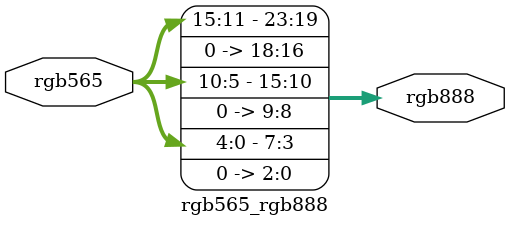
<source format=v>
`timescale 1ns / 1ps


module rgb565_rgb888(
input [15:0]rgb565,
output[23:0]rgb888
    );
    
    assign rgb888[23:16] = {rgb565[15:11],3'b000};
    assign rgb888[15:8] = {rgb565[10:5],2'b00};
    assign rgb888[7:0] = {rgb565[4:0],3'b000};

endmodule

</source>
